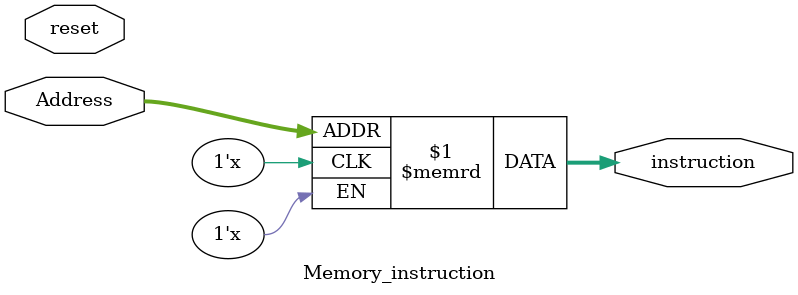
<source format=v>
module Memory_instruction(
    input reset,
    input[9:0] Address,
    output [31:0] instruction
);
reg [31:0] memory_ins [61:0];
assign instruction=memory_ins[Address];
endmodule
</source>
